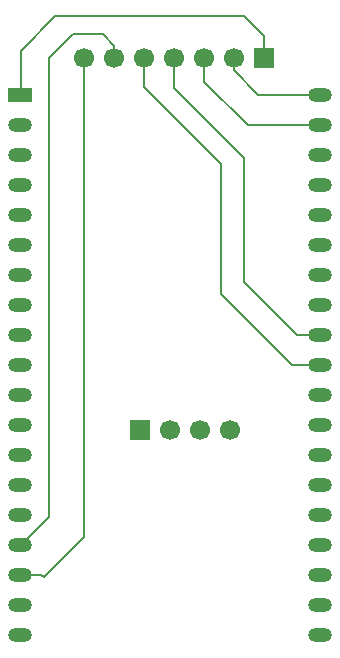
<source format=gbr>
%TF.GenerationSoftware,KiCad,Pcbnew,9.0.6-9.0.6~ubuntu24.04.1*%
%TF.CreationDate,2025-12-05T21:12:46+01:00*%
%TF.ProjectId,pcb,7063622e-6b69-4636-9164-5f7063625858,rev?*%
%TF.SameCoordinates,Original*%
%TF.FileFunction,Copper,L1,Top*%
%TF.FilePolarity,Positive*%
%FSLAX46Y46*%
G04 Gerber Fmt 4.6, Leading zero omitted, Abs format (unit mm)*
G04 Created by KiCad (PCBNEW 9.0.6-9.0.6~ubuntu24.04.1) date 2025-12-05 21:12:46*
%MOMM*%
%LPD*%
G01*
G04 APERTURE LIST*
%TA.AperFunction,ComponentPad*%
%ADD10R,2.000000X1.200000*%
%TD*%
%TA.AperFunction,ComponentPad*%
%ADD11O,2.000000X1.200000*%
%TD*%
%TA.AperFunction,ComponentPad*%
%ADD12R,1.700000X1.700000*%
%TD*%
%TA.AperFunction,ComponentPad*%
%ADD13C,1.700000*%
%TD*%
%TA.AperFunction,Conductor*%
%ADD14C,0.200000*%
%TD*%
G04 APERTURE END LIST*
D10*
%TO.P,U1,1,3V3*%
%TO.N,Net-(J1-Pin_1)*%
X16000000Y-148680000D03*
D11*
%TO.P,U1,2,CHIP_PU*%
%TO.N,unconnected-(U1-CHIP_PU-Pad2)*%
X16000000Y-151220000D03*
%TO.P,U1,3,SENSOR_VP/GPIO36/ADC1_CH0*%
%TO.N,unconnected-(U1-SENSOR_VP{slash}GPIO36{slash}ADC1_CH0-Pad3)*%
X16000000Y-153760000D03*
%TO.P,U1,4,SENSOR_VN/GPIO39/ADC1_CH3*%
%TO.N,unconnected-(U1-SENSOR_VN{slash}GPIO39{slash}ADC1_CH3-Pad4)*%
X16000000Y-156300000D03*
%TO.P,U1,5,VDET_1/GPIO34/ADC1_CH6*%
%TO.N,unconnected-(U1-VDET_1{slash}GPIO34{slash}ADC1_CH6-Pad5)*%
X16000000Y-158840000D03*
%TO.P,U1,6,VDET_2/GPIO35/ADC1_CH7*%
%TO.N,unconnected-(U1-VDET_2{slash}GPIO35{slash}ADC1_CH7-Pad6)*%
X16000000Y-161380000D03*
%TO.P,U1,7,32K_XP/GPIO32/ADC1_CH4*%
%TO.N,unconnected-(U1-32K_XP{slash}GPIO32{slash}ADC1_CH4-Pad7)*%
X16000000Y-163920000D03*
%TO.P,U1,8,32K_XN/GPIO33/ADC1_CH5*%
%TO.N,unconnected-(U1-32K_XN{slash}GPIO33{slash}ADC1_CH5-Pad8)*%
X16000000Y-166460000D03*
%TO.P,U1,9,DAC_1/ADC2_CH8/GPIO25*%
%TO.N,unconnected-(U1-DAC_1{slash}ADC2_CH8{slash}GPIO25-Pad9)*%
X16000000Y-169000000D03*
%TO.P,U1,10,DAC_2/ADC2_CH9/GPIO26*%
%TO.N,unconnected-(U1-DAC_2{slash}ADC2_CH9{slash}GPIO26-Pad10)*%
X16000000Y-171540000D03*
%TO.P,U1,11,ADC2_CH7/GPIO27*%
%TO.N,unconnected-(U1-ADC2_CH7{slash}GPIO27-Pad11)*%
X16000000Y-174080000D03*
%TO.P,U1,12,MTMS/GPIO14/ADC2_CH6*%
%TO.N,unconnected-(U1-MTMS{slash}GPIO14{slash}ADC2_CH6-Pad12)*%
X16000000Y-176620000D03*
%TO.P,U1,13,MTDI/GPIO12/ADC2_CH5*%
%TO.N,unconnected-(U1-MTDI{slash}GPIO12{slash}ADC2_CH5-Pad13)*%
X16000000Y-179160000D03*
%TO.P,U1,14,GND*%
%TO.N,Net-(J1-Pin_2)*%
X16000000Y-181700000D03*
%TO.P,U1,15,MTCK/GPIO13/ADC2_CH4*%
%TO.N,unconnected-(U1-MTCK{slash}GPIO13{slash}ADC2_CH4-Pad15)*%
X16000000Y-184240000D03*
%TO.P,U1,16,SD_DATA2/GPIO9*%
%TO.N,Net-(J1-Pin_6)*%
X16000000Y-186780000D03*
%TO.P,U1,17,SD_DATA3/GPIO10*%
%TO.N,Net-(J1-Pin_7)*%
X16000000Y-189320000D03*
%TO.P,U1,18,CMD*%
%TO.N,unconnected-(U1-CMD-Pad18)*%
X16000000Y-191860000D03*
%TO.P,U1,19,5V*%
%TO.N,unconnected-(U1-5V-Pad19)*%
X16000000Y-194400000D03*
%TO.P,U1,20,SD_CLK/GPIO6*%
%TO.N,unconnected-(U1-SD_CLK{slash}GPIO6-Pad20)*%
X41396320Y-194397280D03*
%TO.P,U1,21,SD_DATA0/GPIO7*%
%TO.N,unconnected-(U1-SD_DATA0{slash}GPIO7-Pad21)*%
X41396320Y-191857280D03*
%TO.P,U1,22,SD_DATA1/GPIO8*%
%TO.N,unconnected-(U1-SD_DATA1{slash}GPIO8-Pad22)*%
X41400000Y-189320000D03*
%TO.P,U1,23,MTDO/GPIO15/ADC2_CH3*%
%TO.N,unconnected-(U1-MTDO{slash}GPIO15{slash}ADC2_CH3-Pad23)*%
X41400000Y-186780000D03*
%TO.P,U1,24,ADC2_CH2/GPIO2*%
%TO.N,unconnected-(U1-ADC2_CH2{slash}GPIO2-Pad24)*%
X41400000Y-184240000D03*
%TO.P,U1,25,GPIO0/BOOT/ADC2_CH1*%
%TO.N,unconnected-(U1-GPIO0{slash}BOOT{slash}ADC2_CH1-Pad25)*%
X41400000Y-181700000D03*
%TO.P,U1,26,ADC2_CH0/GPIO4*%
%TO.N,unconnected-(U1-ADC2_CH0{slash}GPIO4-Pad26)*%
X41400000Y-179160000D03*
%TO.P,U1,27,GPIO16*%
%TO.N,unconnected-(U1-GPIO16-Pad27)*%
X41400000Y-176620000D03*
%TO.P,U1,28,GPIO17*%
%TO.N,unconnected-(U1-GPIO17-Pad28)*%
X41400000Y-174080000D03*
%TO.P,U1,29,GPIO5*%
%TO.N,Net-(J1-Pin_5)*%
X41400000Y-171540000D03*
%TO.P,U1,30,GPIO18*%
%TO.N,Net-(J1-Pin_4)*%
X41400000Y-169000000D03*
%TO.P,U1,31,GPIO19*%
%TO.N,unconnected-(U1-GPIO19-Pad31)*%
X41400000Y-166460000D03*
%TO.P,U1,32,GND*%
%TO.N,Net-(J1-Pin_2)*%
X41400000Y-163920000D03*
%TO.P,U1,33,GPIO21*%
%TO.N,Net-(J2-Pin_4)*%
X41400000Y-161380000D03*
%TO.P,U1,34,U0RXD/GPIO3*%
%TO.N,unconnected-(U1-U0RXD{slash}GPIO3-Pad34)*%
X41400000Y-158840000D03*
%TO.P,U1,35,U0TXD/GPIO1*%
%TO.N,unconnected-(U1-U0TXD{slash}GPIO1-Pad35)*%
X41400000Y-156300000D03*
%TO.P,U1,36,GPIO22*%
%TO.N,Net-(J2-Pin_3)*%
X41400000Y-153760000D03*
%TO.P,U1,37,GPIO23*%
%TO.N,Net-(J1-Pin_3)*%
X41400000Y-151220000D03*
%TO.P,U1,38,GND*%
%TO.N,Net-(J1-Pin_2)*%
X41400000Y-148680000D03*
%TD*%
D12*
%TO.P,J1,1,Pin_1*%
%TO.N,Net-(J1-Pin_1)*%
X36700000Y-145500000D03*
D13*
%TO.P,J1,2,Pin_2*%
%TO.N,Net-(J1-Pin_2)*%
X34160000Y-145500000D03*
%TO.P,J1,3,Pin_3*%
%TO.N,Net-(J1-Pin_3)*%
X31620000Y-145500000D03*
%TO.P,J1,4,Pin_4*%
%TO.N,Net-(J1-Pin_4)*%
X29080000Y-145500000D03*
%TO.P,J1,5,Pin_5*%
%TO.N,Net-(J1-Pin_5)*%
X26540000Y-145500000D03*
%TO.P,J1,6,Pin_6*%
%TO.N,Net-(J1-Pin_6)*%
X24000000Y-145500000D03*
%TO.P,J1,7,Pin_7*%
%TO.N,Net-(J1-Pin_7)*%
X21460000Y-145500000D03*
%TD*%
D12*
%TO.P,J2,1,Pin_1*%
%TO.N,Net-(J1-Pin_1)*%
X26200000Y-177025000D03*
D13*
%TO.P,J2,2,Pin_2*%
%TO.N,Net-(J1-Pin_2)*%
X28740000Y-177025000D03*
%TO.P,J2,3,Pin_3*%
%TO.N,Net-(J2-Pin_3)*%
X31280000Y-177025000D03*
%TO.P,J2,4,Pin_4*%
%TO.N,Net-(J2-Pin_4)*%
X33820000Y-177025000D03*
%TD*%
D14*
%TO.N,Net-(J1-Pin_2)*%
X34085000Y-144885000D02*
X34085000Y-146585000D01*
X34085000Y-146585000D02*
X36180000Y-148680000D01*
X36180000Y-148680000D02*
X41400000Y-148680000D01*
%TO.N,Net-(J1-Pin_1)*%
X35000000Y-142000000D02*
X19000000Y-142000000D01*
X36625000Y-143625000D02*
X35000000Y-142000000D01*
X19000000Y-142000000D02*
X16100000Y-144900000D01*
X36625000Y-144885000D02*
X36625000Y-143625000D01*
X16100000Y-144900000D02*
X16100000Y-148680000D01*
%TO.N,Net-(J1-Pin_5)*%
X26465000Y-147965000D02*
X33000000Y-154500000D01*
X26465000Y-144885000D02*
X26465000Y-147965000D01*
X33000000Y-154500000D02*
X33000000Y-165500000D01*
X33000000Y-165500000D02*
X39000000Y-171500000D01*
X39960000Y-171540000D02*
X41500000Y-171540000D01*
X39000000Y-171500000D02*
X39920000Y-171500000D01*
X39920000Y-171500000D02*
X39960000Y-171540000D01*
%TO.N,Net-(J1-Pin_3)*%
X31620000Y-147560000D02*
X31620000Y-145500000D01*
X35280000Y-151220000D02*
X31620000Y-147560000D01*
X41500000Y-151220000D02*
X35280000Y-151220000D01*
%TO.N,Net-(J1-Pin_7)*%
X21385000Y-144885000D02*
X21385000Y-186115000D01*
X18000000Y-189500000D02*
X17820000Y-189320000D01*
X17820000Y-189320000D02*
X16100000Y-189320000D01*
X21385000Y-186115000D02*
X18000000Y-189500000D01*
%TO.N,Net-(J1-Pin_4)*%
X29080000Y-148080000D02*
X29080000Y-145500000D01*
X35000000Y-164500000D02*
X35000000Y-154000000D01*
X39500000Y-169000000D02*
X35000000Y-164500000D01*
X35000000Y-154000000D02*
X29080000Y-148080000D01*
X41500000Y-169000000D02*
X39500000Y-169000000D01*
%TO.N,Net-(J1-Pin_6)*%
X24000000Y-145500000D02*
X24000000Y-144500000D01*
X24000000Y-144500000D02*
X23000000Y-143500000D01*
X18500000Y-184380000D02*
X16100000Y-186780000D01*
X20500000Y-143500000D02*
X18500000Y-145500000D01*
X23000000Y-143500000D02*
X20500000Y-143500000D01*
X18500000Y-145500000D02*
X18500000Y-184380000D01*
%TD*%
M02*

</source>
